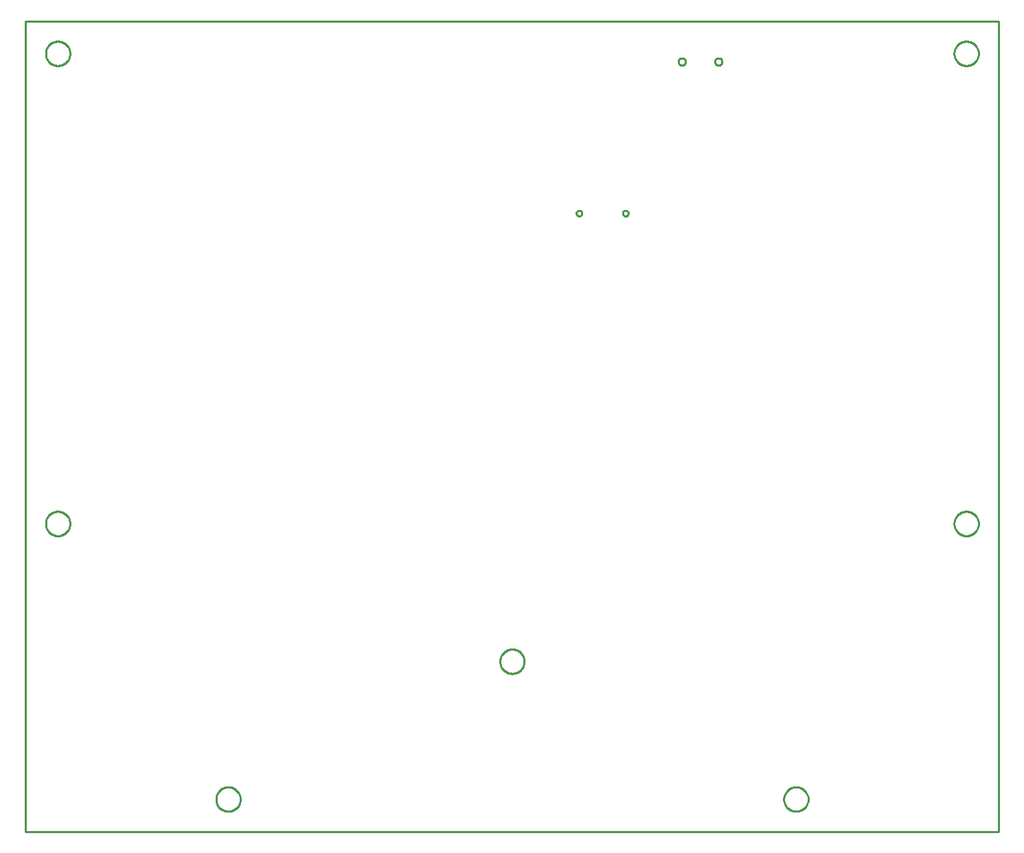
<source format=gbr>
G04 EAGLE Gerber RS-274X export*
G75*
%MOMM*%
%FSLAX34Y34*%
%LPD*%
%IN*%
%IPPOS*%
%AMOC8*
5,1,8,0,0,1.08239X$1,22.5*%
G01*
%ADD10C,0.254000*%


D10*
X0Y0D02*
X1200000Y0D01*
X1200000Y1000000D01*
X0Y1000000D01*
X0Y0D01*
X55000Y379464D02*
X54924Y378396D01*
X54771Y377335D01*
X54543Y376288D01*
X54241Y375260D01*
X53867Y374256D01*
X53422Y373281D01*
X52908Y372341D01*
X52329Y371440D01*
X51687Y370582D01*
X50985Y369772D01*
X50228Y369015D01*
X49418Y368313D01*
X48560Y367671D01*
X47659Y367092D01*
X46719Y366578D01*
X45744Y366133D01*
X44740Y365759D01*
X43712Y365457D01*
X42665Y365229D01*
X41604Y365076D01*
X40536Y365000D01*
X39464Y365000D01*
X38396Y365076D01*
X37335Y365229D01*
X36288Y365457D01*
X35260Y365759D01*
X34256Y366133D01*
X33281Y366578D01*
X32341Y367092D01*
X31440Y367671D01*
X30582Y368313D01*
X29772Y369015D01*
X29015Y369772D01*
X28313Y370582D01*
X27671Y371440D01*
X27092Y372341D01*
X26578Y373281D01*
X26133Y374256D01*
X25759Y375260D01*
X25457Y376288D01*
X25229Y377335D01*
X25076Y378396D01*
X25000Y379464D01*
X25000Y380536D01*
X25076Y381604D01*
X25229Y382665D01*
X25457Y383712D01*
X25759Y384740D01*
X26133Y385744D01*
X26578Y386719D01*
X27092Y387659D01*
X27671Y388560D01*
X28313Y389418D01*
X29015Y390228D01*
X29772Y390985D01*
X30582Y391687D01*
X31440Y392329D01*
X32341Y392908D01*
X33281Y393422D01*
X34256Y393867D01*
X35260Y394241D01*
X36288Y394543D01*
X37335Y394771D01*
X38396Y394924D01*
X39464Y395000D01*
X40536Y395000D01*
X41604Y394924D01*
X42665Y394771D01*
X43712Y394543D01*
X44740Y394241D01*
X45744Y393867D01*
X46719Y393422D01*
X47659Y392908D01*
X48560Y392329D01*
X49418Y391687D01*
X50228Y390985D01*
X50985Y390228D01*
X51687Y389418D01*
X52329Y388560D01*
X52908Y387659D01*
X53422Y386719D01*
X53867Y385744D01*
X54241Y384740D01*
X54543Y383712D01*
X54771Y382665D01*
X54924Y381604D01*
X55000Y380536D01*
X55000Y379464D01*
X265000Y39464D02*
X264924Y38396D01*
X264771Y37335D01*
X264543Y36288D01*
X264241Y35260D01*
X263867Y34256D01*
X263422Y33281D01*
X262908Y32341D01*
X262329Y31440D01*
X261687Y30582D01*
X260985Y29772D01*
X260228Y29015D01*
X259418Y28313D01*
X258560Y27671D01*
X257659Y27092D01*
X256719Y26578D01*
X255744Y26133D01*
X254740Y25759D01*
X253712Y25457D01*
X252665Y25229D01*
X251604Y25076D01*
X250536Y25000D01*
X249464Y25000D01*
X248396Y25076D01*
X247335Y25229D01*
X246288Y25457D01*
X245260Y25759D01*
X244256Y26133D01*
X243281Y26578D01*
X242341Y27092D01*
X241440Y27671D01*
X240582Y28313D01*
X239772Y29015D01*
X239015Y29772D01*
X238313Y30582D01*
X237671Y31440D01*
X237092Y32341D01*
X236578Y33281D01*
X236133Y34256D01*
X235759Y35260D01*
X235457Y36288D01*
X235229Y37335D01*
X235076Y38396D01*
X235000Y39464D01*
X235000Y40536D01*
X235076Y41604D01*
X235229Y42665D01*
X235457Y43712D01*
X235759Y44740D01*
X236133Y45744D01*
X236578Y46719D01*
X237092Y47659D01*
X237671Y48560D01*
X238313Y49418D01*
X239015Y50228D01*
X239772Y50985D01*
X240582Y51687D01*
X241440Y52329D01*
X242341Y52908D01*
X243281Y53422D01*
X244256Y53867D01*
X245260Y54241D01*
X246288Y54543D01*
X247335Y54771D01*
X248396Y54924D01*
X249464Y55000D01*
X250536Y55000D01*
X251604Y54924D01*
X252665Y54771D01*
X253712Y54543D01*
X254740Y54241D01*
X255744Y53867D01*
X256719Y53422D01*
X257659Y52908D01*
X258560Y52329D01*
X259418Y51687D01*
X260228Y50985D01*
X260985Y50228D01*
X261687Y49418D01*
X262329Y48560D01*
X262908Y47659D01*
X263422Y46719D01*
X263867Y45744D01*
X264241Y44740D01*
X264543Y43712D01*
X264771Y42665D01*
X264924Y41604D01*
X265000Y40536D01*
X265000Y39464D01*
X965000Y39464D02*
X964924Y38396D01*
X964771Y37335D01*
X964543Y36288D01*
X964241Y35260D01*
X963867Y34256D01*
X963422Y33281D01*
X962908Y32341D01*
X962329Y31440D01*
X961687Y30582D01*
X960985Y29772D01*
X960228Y29015D01*
X959418Y28313D01*
X958560Y27671D01*
X957659Y27092D01*
X956719Y26578D01*
X955744Y26133D01*
X954740Y25759D01*
X953712Y25457D01*
X952665Y25229D01*
X951604Y25076D01*
X950536Y25000D01*
X949464Y25000D01*
X948396Y25076D01*
X947335Y25229D01*
X946288Y25457D01*
X945260Y25759D01*
X944256Y26133D01*
X943281Y26578D01*
X942341Y27092D01*
X941440Y27671D01*
X940582Y28313D01*
X939772Y29015D01*
X939015Y29772D01*
X938313Y30582D01*
X937671Y31440D01*
X937092Y32341D01*
X936578Y33281D01*
X936133Y34256D01*
X935759Y35260D01*
X935457Y36288D01*
X935229Y37335D01*
X935076Y38396D01*
X935000Y39464D01*
X935000Y40536D01*
X935076Y41604D01*
X935229Y42665D01*
X935457Y43712D01*
X935759Y44740D01*
X936133Y45744D01*
X936578Y46719D01*
X937092Y47659D01*
X937671Y48560D01*
X938313Y49418D01*
X939015Y50228D01*
X939772Y50985D01*
X940582Y51687D01*
X941440Y52329D01*
X942341Y52908D01*
X943281Y53422D01*
X944256Y53867D01*
X945260Y54241D01*
X946288Y54543D01*
X947335Y54771D01*
X948396Y54924D01*
X949464Y55000D01*
X950536Y55000D01*
X951604Y54924D01*
X952665Y54771D01*
X953712Y54543D01*
X954740Y54241D01*
X955744Y53867D01*
X956719Y53422D01*
X957659Y52908D01*
X958560Y52329D01*
X959418Y51687D01*
X960228Y50985D01*
X960985Y50228D01*
X961687Y49418D01*
X962329Y48560D01*
X962908Y47659D01*
X963422Y46719D01*
X963867Y45744D01*
X964241Y44740D01*
X964543Y43712D01*
X964771Y42665D01*
X964924Y41604D01*
X965000Y40536D01*
X965000Y39464D01*
X1175000Y379464D02*
X1174924Y378396D01*
X1174771Y377335D01*
X1174543Y376288D01*
X1174241Y375260D01*
X1173867Y374256D01*
X1173422Y373281D01*
X1172908Y372341D01*
X1172329Y371440D01*
X1171687Y370582D01*
X1170985Y369772D01*
X1170228Y369015D01*
X1169418Y368313D01*
X1168560Y367671D01*
X1167659Y367092D01*
X1166719Y366578D01*
X1165744Y366133D01*
X1164740Y365759D01*
X1163712Y365457D01*
X1162665Y365229D01*
X1161604Y365076D01*
X1160536Y365000D01*
X1159464Y365000D01*
X1158396Y365076D01*
X1157335Y365229D01*
X1156288Y365457D01*
X1155260Y365759D01*
X1154256Y366133D01*
X1153281Y366578D01*
X1152341Y367092D01*
X1151440Y367671D01*
X1150582Y368313D01*
X1149772Y369015D01*
X1149015Y369772D01*
X1148313Y370582D01*
X1147671Y371440D01*
X1147092Y372341D01*
X1146578Y373281D01*
X1146133Y374256D01*
X1145759Y375260D01*
X1145457Y376288D01*
X1145229Y377335D01*
X1145076Y378396D01*
X1145000Y379464D01*
X1145000Y380536D01*
X1145076Y381604D01*
X1145229Y382665D01*
X1145457Y383712D01*
X1145759Y384740D01*
X1146133Y385744D01*
X1146578Y386719D01*
X1147092Y387659D01*
X1147671Y388560D01*
X1148313Y389418D01*
X1149015Y390228D01*
X1149772Y390985D01*
X1150582Y391687D01*
X1151440Y392329D01*
X1152341Y392908D01*
X1153281Y393422D01*
X1154256Y393867D01*
X1155260Y394241D01*
X1156288Y394543D01*
X1157335Y394771D01*
X1158396Y394924D01*
X1159464Y395000D01*
X1160536Y395000D01*
X1161604Y394924D01*
X1162665Y394771D01*
X1163712Y394543D01*
X1164740Y394241D01*
X1165744Y393867D01*
X1166719Y393422D01*
X1167659Y392908D01*
X1168560Y392329D01*
X1169418Y391687D01*
X1170228Y390985D01*
X1170985Y390228D01*
X1171687Y389418D01*
X1172329Y388560D01*
X1172908Y387659D01*
X1173422Y386719D01*
X1173867Y385744D01*
X1174241Y384740D01*
X1174543Y383712D01*
X1174771Y382665D01*
X1174924Y381604D01*
X1175000Y380536D01*
X1175000Y379464D01*
X55000Y959464D02*
X54924Y958396D01*
X54771Y957335D01*
X54543Y956288D01*
X54241Y955260D01*
X53867Y954256D01*
X53422Y953281D01*
X52908Y952341D01*
X52329Y951440D01*
X51687Y950582D01*
X50985Y949772D01*
X50228Y949015D01*
X49418Y948313D01*
X48560Y947671D01*
X47659Y947092D01*
X46719Y946578D01*
X45744Y946133D01*
X44740Y945759D01*
X43712Y945457D01*
X42665Y945229D01*
X41604Y945076D01*
X40536Y945000D01*
X39464Y945000D01*
X38396Y945076D01*
X37335Y945229D01*
X36288Y945457D01*
X35260Y945759D01*
X34256Y946133D01*
X33281Y946578D01*
X32341Y947092D01*
X31440Y947671D01*
X30582Y948313D01*
X29772Y949015D01*
X29015Y949772D01*
X28313Y950582D01*
X27671Y951440D01*
X27092Y952341D01*
X26578Y953281D01*
X26133Y954256D01*
X25759Y955260D01*
X25457Y956288D01*
X25229Y957335D01*
X25076Y958396D01*
X25000Y959464D01*
X25000Y960536D01*
X25076Y961604D01*
X25229Y962665D01*
X25457Y963712D01*
X25759Y964740D01*
X26133Y965744D01*
X26578Y966719D01*
X27092Y967659D01*
X27671Y968560D01*
X28313Y969418D01*
X29015Y970228D01*
X29772Y970985D01*
X30582Y971687D01*
X31440Y972329D01*
X32341Y972908D01*
X33281Y973422D01*
X34256Y973867D01*
X35260Y974241D01*
X36288Y974543D01*
X37335Y974771D01*
X38396Y974924D01*
X39464Y975000D01*
X40536Y975000D01*
X41604Y974924D01*
X42665Y974771D01*
X43712Y974543D01*
X44740Y974241D01*
X45744Y973867D01*
X46719Y973422D01*
X47659Y972908D01*
X48560Y972329D01*
X49418Y971687D01*
X50228Y970985D01*
X50985Y970228D01*
X51687Y969418D01*
X52329Y968560D01*
X52908Y967659D01*
X53422Y966719D01*
X53867Y965744D01*
X54241Y964740D01*
X54543Y963712D01*
X54771Y962665D01*
X54924Y961604D01*
X55000Y960536D01*
X55000Y959464D01*
X1175000Y959464D02*
X1174924Y958396D01*
X1174771Y957335D01*
X1174543Y956288D01*
X1174241Y955260D01*
X1173867Y954256D01*
X1173422Y953281D01*
X1172908Y952341D01*
X1172329Y951440D01*
X1171687Y950582D01*
X1170985Y949772D01*
X1170228Y949015D01*
X1169418Y948313D01*
X1168560Y947671D01*
X1167659Y947092D01*
X1166719Y946578D01*
X1165744Y946133D01*
X1164740Y945759D01*
X1163712Y945457D01*
X1162665Y945229D01*
X1161604Y945076D01*
X1160536Y945000D01*
X1159464Y945000D01*
X1158396Y945076D01*
X1157335Y945229D01*
X1156288Y945457D01*
X1155260Y945759D01*
X1154256Y946133D01*
X1153281Y946578D01*
X1152341Y947092D01*
X1151440Y947671D01*
X1150582Y948313D01*
X1149772Y949015D01*
X1149015Y949772D01*
X1148313Y950582D01*
X1147671Y951440D01*
X1147092Y952341D01*
X1146578Y953281D01*
X1146133Y954256D01*
X1145759Y955260D01*
X1145457Y956288D01*
X1145229Y957335D01*
X1145076Y958396D01*
X1145000Y959464D01*
X1145000Y960536D01*
X1145076Y961604D01*
X1145229Y962665D01*
X1145457Y963712D01*
X1145759Y964740D01*
X1146133Y965744D01*
X1146578Y966719D01*
X1147092Y967659D01*
X1147671Y968560D01*
X1148313Y969418D01*
X1149015Y970228D01*
X1149772Y970985D01*
X1150582Y971687D01*
X1151440Y972329D01*
X1152341Y972908D01*
X1153281Y973422D01*
X1154256Y973867D01*
X1155260Y974241D01*
X1156288Y974543D01*
X1157335Y974771D01*
X1158396Y974924D01*
X1159464Y975000D01*
X1160536Y975000D01*
X1161604Y974924D01*
X1162665Y974771D01*
X1163712Y974543D01*
X1164740Y974241D01*
X1165744Y973867D01*
X1166719Y973422D01*
X1167659Y972908D01*
X1168560Y972329D01*
X1169418Y971687D01*
X1170228Y970985D01*
X1170985Y970228D01*
X1171687Y969418D01*
X1172329Y968560D01*
X1172908Y967659D01*
X1173422Y966719D01*
X1173867Y965744D01*
X1174241Y964740D01*
X1174543Y963712D01*
X1174771Y962665D01*
X1174924Y961604D01*
X1175000Y960536D01*
X1175000Y959464D01*
X615000Y209464D02*
X614924Y208396D01*
X614771Y207335D01*
X614543Y206288D01*
X614241Y205260D01*
X613867Y204256D01*
X613422Y203281D01*
X612908Y202341D01*
X612329Y201440D01*
X611687Y200582D01*
X610985Y199772D01*
X610228Y199015D01*
X609418Y198313D01*
X608560Y197671D01*
X607659Y197092D01*
X606719Y196578D01*
X605744Y196133D01*
X604740Y195759D01*
X603712Y195457D01*
X602665Y195229D01*
X601604Y195076D01*
X600536Y195000D01*
X599464Y195000D01*
X598396Y195076D01*
X597335Y195229D01*
X596288Y195457D01*
X595260Y195759D01*
X594256Y196133D01*
X593281Y196578D01*
X592341Y197092D01*
X591440Y197671D01*
X590582Y198313D01*
X589772Y199015D01*
X589015Y199772D01*
X588313Y200582D01*
X587671Y201440D01*
X587092Y202341D01*
X586578Y203281D01*
X586133Y204256D01*
X585759Y205260D01*
X585457Y206288D01*
X585229Y207335D01*
X585076Y208396D01*
X585000Y209464D01*
X585000Y210536D01*
X585076Y211604D01*
X585229Y212665D01*
X585457Y213712D01*
X585759Y214740D01*
X586133Y215744D01*
X586578Y216719D01*
X587092Y217659D01*
X587671Y218560D01*
X588313Y219418D01*
X589015Y220228D01*
X589772Y220985D01*
X590582Y221687D01*
X591440Y222329D01*
X592341Y222908D01*
X593281Y223422D01*
X594256Y223867D01*
X595260Y224241D01*
X596288Y224543D01*
X597335Y224771D01*
X598396Y224924D01*
X599464Y225000D01*
X600536Y225000D01*
X601604Y224924D01*
X602665Y224771D01*
X603712Y224543D01*
X604740Y224241D01*
X605744Y223867D01*
X606719Y223422D01*
X607659Y222908D01*
X608560Y222329D01*
X609418Y221687D01*
X610228Y220985D01*
X610985Y220228D01*
X611687Y219418D01*
X612329Y218560D01*
X612908Y217659D01*
X613422Y216719D01*
X613867Y215744D01*
X614241Y214740D01*
X614543Y213712D01*
X614771Y212665D01*
X614924Y211604D01*
X615000Y210536D01*
X615000Y209464D01*
X854055Y945500D02*
X853470Y945577D01*
X852900Y945730D01*
X852355Y945955D01*
X851845Y946250D01*
X851377Y946609D01*
X850959Y947027D01*
X850600Y947495D01*
X850305Y948005D01*
X850080Y948550D01*
X849927Y949120D01*
X849850Y949705D01*
X849850Y950295D01*
X849927Y950880D01*
X850080Y951450D01*
X850305Y951995D01*
X850600Y952505D01*
X850959Y952973D01*
X851377Y953391D01*
X851845Y953750D01*
X852355Y954045D01*
X852900Y954270D01*
X853470Y954423D01*
X854055Y954500D01*
X854645Y954500D01*
X855230Y954423D01*
X855800Y954270D01*
X856345Y954045D01*
X856855Y953750D01*
X857323Y953391D01*
X857741Y952973D01*
X858100Y952505D01*
X858395Y951995D01*
X858620Y951450D01*
X858773Y950880D01*
X858850Y950295D01*
X858850Y949705D01*
X858773Y949120D01*
X858620Y948550D01*
X858395Y948005D01*
X858100Y947495D01*
X857741Y947027D01*
X857323Y946609D01*
X856855Y946250D01*
X856345Y945955D01*
X855800Y945730D01*
X855230Y945577D01*
X854645Y945500D01*
X854055Y945500D01*
X809055Y945500D02*
X808470Y945577D01*
X807900Y945730D01*
X807355Y945955D01*
X806845Y946250D01*
X806377Y946609D01*
X805959Y947027D01*
X805600Y947495D01*
X805305Y948005D01*
X805080Y948550D01*
X804927Y949120D01*
X804850Y949705D01*
X804850Y950295D01*
X804927Y950880D01*
X805080Y951450D01*
X805305Y951995D01*
X805600Y952505D01*
X805959Y952973D01*
X806377Y953391D01*
X806845Y953750D01*
X807355Y954045D01*
X807900Y954270D01*
X808470Y954423D01*
X809055Y954500D01*
X809645Y954500D01*
X810230Y954423D01*
X810800Y954270D01*
X811345Y954045D01*
X811855Y953750D01*
X812323Y953391D01*
X812741Y952973D01*
X813100Y952505D01*
X813395Y951995D01*
X813620Y951450D01*
X813773Y950880D01*
X813850Y950295D01*
X813850Y949705D01*
X813773Y949120D01*
X813620Y948550D01*
X813395Y948005D01*
X813100Y947495D01*
X812741Y947027D01*
X812323Y946609D01*
X811855Y946250D01*
X811345Y945955D01*
X810800Y945730D01*
X810230Y945577D01*
X809645Y945500D01*
X809055Y945500D01*
X736200Y763229D02*
X736260Y763684D01*
X736379Y764127D01*
X736554Y764551D01*
X736784Y764949D01*
X737063Y765313D01*
X737387Y765637D01*
X737751Y765916D01*
X738149Y766146D01*
X738573Y766321D01*
X739016Y766440D01*
X739471Y766500D01*
X739929Y766500D01*
X740384Y766440D01*
X740827Y766321D01*
X741251Y766146D01*
X741649Y765916D01*
X742013Y765637D01*
X742337Y765313D01*
X742616Y764949D01*
X742846Y764551D01*
X743021Y764127D01*
X743140Y763684D01*
X743200Y763229D01*
X743200Y762771D01*
X743140Y762316D01*
X743021Y761873D01*
X742846Y761449D01*
X742616Y761051D01*
X742337Y760687D01*
X742013Y760363D01*
X741649Y760084D01*
X741251Y759854D01*
X740827Y759679D01*
X740384Y759560D01*
X739929Y759500D01*
X739471Y759500D01*
X739016Y759560D01*
X738573Y759679D01*
X738149Y759854D01*
X737751Y760084D01*
X737387Y760363D01*
X737063Y760687D01*
X736784Y761051D01*
X736554Y761449D01*
X736379Y761873D01*
X736260Y762316D01*
X736200Y762771D01*
X736200Y763229D01*
X679200Y763229D02*
X679260Y763684D01*
X679379Y764127D01*
X679554Y764551D01*
X679784Y764949D01*
X680063Y765313D01*
X680387Y765637D01*
X680751Y765916D01*
X681149Y766146D01*
X681573Y766321D01*
X682016Y766440D01*
X682471Y766500D01*
X682929Y766500D01*
X683384Y766440D01*
X683827Y766321D01*
X684251Y766146D01*
X684649Y765916D01*
X685013Y765637D01*
X685337Y765313D01*
X685616Y764949D01*
X685846Y764551D01*
X686021Y764127D01*
X686140Y763684D01*
X686200Y763229D01*
X686200Y762771D01*
X686140Y762316D01*
X686021Y761873D01*
X685846Y761449D01*
X685616Y761051D01*
X685337Y760687D01*
X685013Y760363D01*
X684649Y760084D01*
X684251Y759854D01*
X683827Y759679D01*
X683384Y759560D01*
X682929Y759500D01*
X682471Y759500D01*
X682016Y759560D01*
X681573Y759679D01*
X681149Y759854D01*
X680751Y760084D01*
X680387Y760363D01*
X680063Y760687D01*
X679784Y761051D01*
X679554Y761449D01*
X679379Y761873D01*
X679260Y762316D01*
X679200Y762771D01*
X679200Y763229D01*
M02*

</source>
